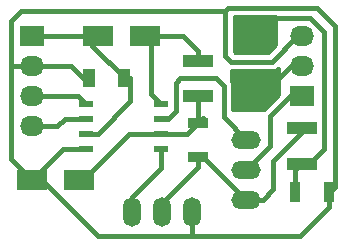
<source format=gbr>
G04 #@! TF.FileFunction,Copper,L1,Top,Signal*
%FSLAX46Y46*%
G04 Gerber Fmt 4.6, Leading zero omitted, Abs format (unit mm)*
G04 Created by KiCad (PCBNEW 4.0.1-stable) date 2017-04-04 7:51:59 AM*
%MOMM*%
G01*
G04 APERTURE LIST*
%ADD10C,0.100000*%
%ADD11R,2.500000X1.000000*%
%ADD12R,1.143000X0.508000*%
%ADD13R,1.700000X0.900000*%
%ADD14R,2.032000X1.727200*%
%ADD15O,2.032000X1.727200*%
%ADD16R,0.900000X1.700000*%
%ADD17C,1.998980*%
%ADD18R,1.000000X1.600000*%
%ADD19R,2.499360X1.800860*%
%ADD20O,2.499360X1.501140*%
%ADD21O,1.501140X2.499360*%
%ADD22C,0.400000*%
%ADD23C,0.254000*%
G04 APERTURE END LIST*
D10*
D11*
X141097000Y-106656000D03*
X141097000Y-103656000D03*
D12*
X137922000Y-107315000D03*
X137922000Y-108585000D03*
X137922000Y-109855000D03*
X137922000Y-111125000D03*
X131572000Y-111125000D03*
X131572000Y-109855000D03*
X131572000Y-108585000D03*
X131572000Y-107315000D03*
D13*
X141097000Y-111813000D03*
X141097000Y-108913000D03*
D14*
X127000000Y-101600000D03*
D15*
X127000000Y-104140000D03*
X127000000Y-106680000D03*
X127000000Y-109220000D03*
D14*
X149860000Y-106680000D03*
D15*
X149860000Y-104140000D03*
X149860000Y-101600000D03*
D11*
X149860000Y-109371000D03*
X149860000Y-112371000D03*
D16*
X149299000Y-114808000D03*
X152199000Y-114808000D03*
D17*
X146050000Y-101005640D03*
X146050000Y-106006900D03*
D18*
X131850000Y-105156000D03*
X134850000Y-105156000D03*
D19*
X136618980Y-101600000D03*
X132621020Y-101600000D03*
X131030980Y-113792000D03*
X127033020Y-113792000D03*
D20*
X145161000Y-112903000D03*
X145161000Y-110363000D03*
X145161000Y-115443000D03*
D21*
X138049000Y-116459000D03*
X135509000Y-116459000D03*
X140589000Y-116459000D03*
D22*
X143383000Y-99441000D02*
X143383000Y-103251000D01*
X147320000Y-103759000D02*
X143891000Y-103759000D01*
X143891000Y-103759000D02*
X143383000Y-103251000D01*
X147320000Y-103759000D02*
X149479000Y-101600000D01*
X140716000Y-118491000D02*
X149733000Y-118491000D01*
X152199000Y-116025000D02*
X152199000Y-114808000D01*
X149733000Y-118491000D02*
X152199000Y-116025000D01*
X127033020Y-113792000D02*
X127889000Y-113792000D01*
X127889000Y-113792000D02*
X132588000Y-118491000D01*
X140589000Y-118364000D02*
X140589000Y-116459000D01*
X140716000Y-118491000D02*
X140589000Y-118364000D01*
X132588000Y-118491000D02*
X140716000Y-118491000D01*
X131572000Y-111125000D02*
X129700020Y-111125000D01*
X129700020Y-111125000D02*
X127033020Y-113792000D01*
X125222000Y-104140000D02*
X125222000Y-111980980D01*
X125222000Y-111980980D02*
X127033020Y-113792000D01*
X149860000Y-101600000D02*
X149479000Y-101600000D01*
X152199000Y-114808000D02*
X152199000Y-115517000D01*
X152654000Y-100711000D02*
X152654000Y-114353000D01*
X152654000Y-100711000D02*
X151130000Y-99187000D01*
X151130000Y-99187000D02*
X143637000Y-99187000D01*
X143383000Y-99441000D02*
X143637000Y-99187000D01*
X152654000Y-114353000D02*
X152199000Y-114808000D01*
X152199000Y-115189000D02*
X152146000Y-115189000D01*
X127000000Y-104140000D02*
X130334000Y-104140000D01*
X130334000Y-104140000D02*
X131350000Y-105156000D01*
X127000000Y-104140000D02*
X125222000Y-104140000D01*
X125222000Y-100330000D02*
X125222000Y-104140000D01*
X126111000Y-99441000D02*
X125222000Y-100330000D01*
X143383000Y-99441000D02*
X126111000Y-99441000D01*
X143383000Y-99441000D02*
X143383000Y-99441000D01*
X141097000Y-106656000D02*
X141097000Y-108913000D01*
X131030980Y-113792000D02*
X131318000Y-113792000D01*
X131318000Y-113792000D02*
X135255000Y-109855000D01*
X135255000Y-109855000D02*
X137922000Y-109855000D01*
X141478000Y-108532000D02*
X141097000Y-108913000D01*
X137922000Y-109855000D02*
X140155000Y-109855000D01*
X140155000Y-109855000D02*
X141097000Y-108913000D01*
X131993640Y-114046000D02*
X131993640Y-114086640D01*
X131572000Y-113624360D02*
X131993640Y-114046000D01*
X136618980Y-101600000D02*
X139827000Y-101600000D01*
X141097000Y-102870000D02*
X141097000Y-103656000D01*
X139827000Y-101600000D02*
X141097000Y-102870000D01*
X137119360Y-101600000D02*
X137119360Y-106512360D01*
X137119360Y-106512360D02*
X137922000Y-107315000D01*
X135350000Y-105156000D02*
X134874000Y-105156000D01*
X134874000Y-105156000D02*
X132120640Y-102402640D01*
X132120640Y-102402640D02*
X132120640Y-101600000D01*
X131572000Y-109855000D02*
X132588000Y-109855000D01*
X135350000Y-107093000D02*
X135350000Y-105156000D01*
X132588000Y-109855000D02*
X135350000Y-107093000D01*
X127000000Y-101600000D02*
X132120640Y-101600000D01*
X127000000Y-106680000D02*
X130937000Y-106680000D01*
X130937000Y-106680000D02*
X131572000Y-107315000D01*
X127000000Y-109220000D02*
X129159000Y-109220000D01*
X129794000Y-108585000D02*
X131572000Y-108585000D01*
X129159000Y-109220000D02*
X129794000Y-108585000D01*
X149860000Y-106680000D02*
X148844000Y-106680000D01*
X148844000Y-106680000D02*
X147193000Y-108331000D01*
X147193000Y-110871000D02*
X145161000Y-112903000D01*
X147193000Y-108331000D02*
X147193000Y-110871000D01*
X149606000Y-106680000D02*
X149860000Y-106680000D01*
X149479000Y-106680000D02*
X149860000Y-106680000D01*
X137922000Y-108585000D02*
X138557000Y-108585000D01*
X143256000Y-108458000D02*
X145161000Y-110363000D01*
X143256000Y-105791000D02*
X143256000Y-108458000D01*
X142621000Y-105156000D02*
X143256000Y-105791000D01*
X139573000Y-105156000D02*
X142621000Y-105156000D01*
X139192000Y-105537000D02*
X139573000Y-105156000D01*
X139192000Y-107950000D02*
X139192000Y-105537000D01*
X138557000Y-108585000D02*
X139192000Y-107950000D01*
X137922000Y-108585000D02*
X138303000Y-108585000D01*
X135509000Y-116459000D02*
X135509000Y-115189000D01*
X137922000Y-112776000D02*
X137922000Y-111125000D01*
X135509000Y-115189000D02*
X137922000Y-112776000D01*
X137922000Y-111125000D02*
X138303000Y-111125000D01*
X147487640Y-100076000D02*
X146979640Y-100076000D01*
X150583998Y-100076000D02*
X147487640Y-100076000D01*
X151765000Y-101257002D02*
X150583998Y-100076000D01*
X151765000Y-111125000D02*
X151765000Y-101257002D01*
X150519000Y-112371000D02*
X151765000Y-111125000D01*
X146979640Y-100076000D02*
X146050000Y-101005640D01*
X149299000Y-112932000D02*
X149860000Y-112371000D01*
X149860000Y-112371000D02*
X150519000Y-112371000D01*
X146050000Y-101513640D02*
X146136360Y-101513640D01*
X149299000Y-114808000D02*
X149299000Y-112932000D01*
X138049000Y-116459000D02*
X138049000Y-115697000D01*
X138049000Y-115697000D02*
X141097000Y-112649000D01*
X141097000Y-112649000D02*
X141097000Y-111813000D01*
X141097000Y-111813000D02*
X141531000Y-111813000D01*
X141531000Y-111813000D02*
X145161000Y-115443000D01*
X144145000Y-115443000D02*
X145161000Y-115443000D01*
X149860000Y-109371000D02*
X149860000Y-109728000D01*
X149860000Y-109728000D02*
X147447000Y-112141000D01*
X147447000Y-112141000D02*
X147447000Y-114554000D01*
X147447000Y-114554000D02*
X146558000Y-115443000D01*
X146558000Y-115443000D02*
X145161000Y-115443000D01*
X144653000Y-115570000D02*
X145669000Y-115570000D01*
X146050000Y-106006900D02*
X147104100Y-106006900D01*
X147104100Y-106006900D02*
X148971000Y-104140000D01*
X148971000Y-104140000D02*
X149860000Y-104140000D01*
D23*
G36*
X147701000Y-102349866D02*
X147018866Y-103032000D01*
X144192133Y-103032000D01*
X144110000Y-102949866D01*
X144110000Y-99914000D01*
X147701000Y-99914000D01*
X147701000Y-102349866D01*
X147701000Y-102349866D01*
G37*
X147701000Y-102349866D02*
X147018866Y-103032000D01*
X144192133Y-103032000D01*
X144110000Y-102949866D01*
X144110000Y-99914000D01*
X147701000Y-99914000D01*
X147701000Y-102349866D01*
G36*
X147955000Y-106540867D02*
X146678933Y-107816933D01*
X146674879Y-107823000D01*
X143983000Y-107823000D01*
X143983000Y-105791005D01*
X143983001Y-105791000D01*
X143927660Y-105512790D01*
X143927660Y-105512789D01*
X143891000Y-105457923D01*
X143891000Y-104486000D01*
X147319995Y-104486000D01*
X147320000Y-104486001D01*
X147552052Y-104439842D01*
X147598211Y-104430660D01*
X147834067Y-104273067D01*
X147840134Y-104267000D01*
X147955000Y-104267000D01*
X147955000Y-106540867D01*
X147955000Y-106540867D01*
G37*
X147955000Y-106540867D02*
X146678933Y-107816933D01*
X146674879Y-107823000D01*
X143983000Y-107823000D01*
X143983000Y-105791005D01*
X143983001Y-105791000D01*
X143927660Y-105512790D01*
X143927660Y-105512789D01*
X143891000Y-105457923D01*
X143891000Y-104486000D01*
X147319995Y-104486000D01*
X147320000Y-104486001D01*
X147552052Y-104439842D01*
X147598211Y-104430660D01*
X147834067Y-104273067D01*
X147840134Y-104267000D01*
X147955000Y-104267000D01*
X147955000Y-106540867D01*
M02*

</source>
